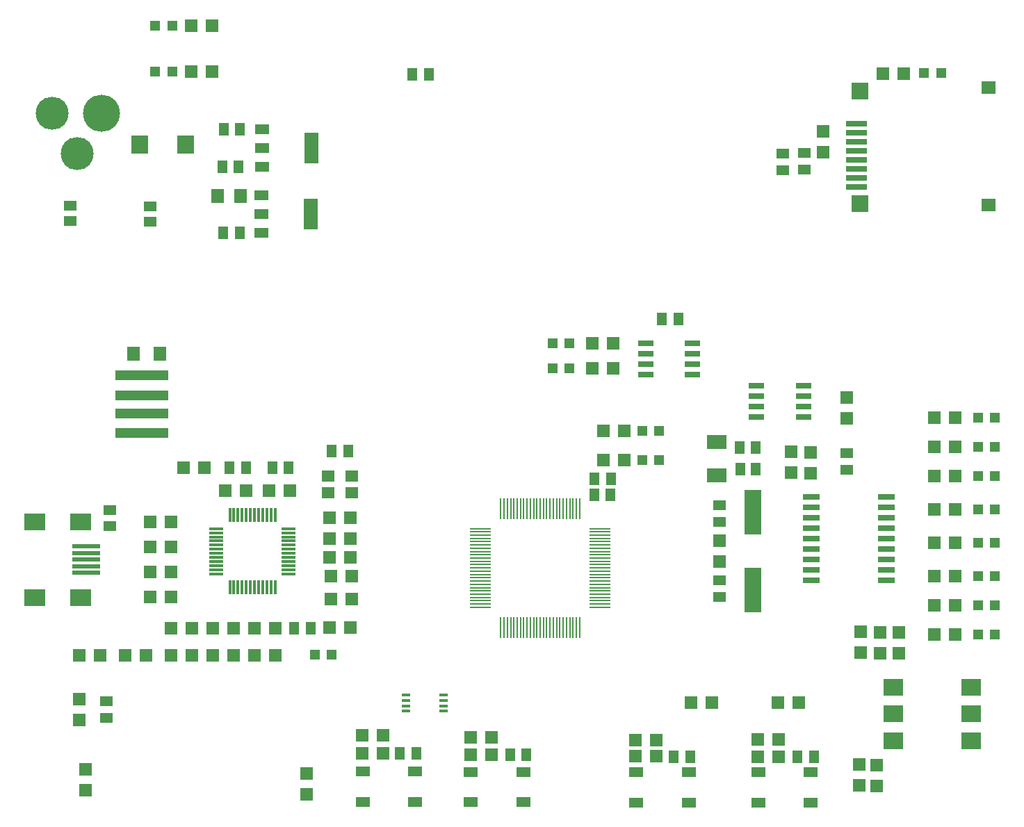
<source format=gtp>
G04 (created by PCBNEW (2013-07-07 BZR 4022)-stable) date 03/02/2018 19:35:14*
%MOIN*%
G04 Gerber Fmt 3.4, Leading zero omitted, Abs format*
%FSLAX34Y34*%
G01*
G70*
G90*
G04 APERTURE LIST*
%ADD10C,0.00590551*%
%ADD11R,0.0984252X0.027563*%
%ADD12R,0.0669X0.0591*%
%ADD13R,0.0787402X0.0787402*%
%ADD14R,0.0984252X0.00787402*%
%ADD15R,0.00787402X0.0984252*%
%ADD16R,0.059X0.063011*%
%ADD17R,0.0944882X0.0787402*%
%ADD18R,0.0472X0.0472*%
%ADD19O,0.177701X0.177701*%
%ADD20O,0.158098X0.158098*%
%ADD21R,0.137795X0.0197*%
%ADD22R,0.0984X0.0787*%
%ADD23R,0.0728346X0.0314961*%
%ADD24R,0.0787402X0.0275591*%
%ADD25R,0.063011X0.059*%
%ADD26R,0.0708661X0.011811*%
%ADD27R,0.011811X0.0708661*%
%ADD28R,0.0787402X0.0905512*%
%ADD29R,0.0787402X0.216535*%
%ADD30R,0.0629921X0.0551181*%
%ADD31R,0.063X0.071*%
%ADD32R,0.0512008X0.059*%
%ADD33R,0.059X0.0512008*%
%ADD34R,0.25595X0.047289*%
%ADD35R,0.0708691X0.0472471*%
%ADD36R,0.0402X0.0161*%
%ADD37R,0.059X0.0512*%
%ADD38R,0.0512X0.059*%
%ADD39R,0.0709X0.0512*%
%ADD40R,0.0709X0.1496*%
%ADD41R,0.0945X0.0709*%
G04 APERTURE END LIST*
G54D10*
G54D11*
X74960Y-25100D03*
X74960Y-25540D03*
X74960Y-25960D03*
X74960Y-26400D03*
X74960Y-26840D03*
X74960Y-27260D03*
X74960Y-27700D03*
X74960Y-28140D03*
G54D12*
X81300Y-23350D03*
G54D13*
X75120Y-28940D03*
G54D12*
X81300Y-29000D03*
G54D13*
X75140Y-23520D03*
G54D14*
X56945Y-44510D03*
X56945Y-44667D03*
X56945Y-44825D03*
X56945Y-44982D03*
X56945Y-45140D03*
X56945Y-45297D03*
X56945Y-45455D03*
X56945Y-45612D03*
X56945Y-45770D03*
X56945Y-45927D03*
X56945Y-46085D03*
X56945Y-46242D03*
X56945Y-46400D03*
X56945Y-46557D03*
X56945Y-46714D03*
X56945Y-46872D03*
X56945Y-47029D03*
X56945Y-47187D03*
X56945Y-47344D03*
X56945Y-47502D03*
X56945Y-47659D03*
X56945Y-47817D03*
X56945Y-47974D03*
X56945Y-48132D03*
X56945Y-48289D03*
G54D15*
X57910Y-49254D03*
X58067Y-49254D03*
X58225Y-49254D03*
X58382Y-49254D03*
X58540Y-49254D03*
X58697Y-49254D03*
X58855Y-49254D03*
X59012Y-49254D03*
X59170Y-49254D03*
X59327Y-49254D03*
X59485Y-49254D03*
X59642Y-49254D03*
X59800Y-49254D03*
X59957Y-49254D03*
X60114Y-49254D03*
X60272Y-49254D03*
X60429Y-49254D03*
X60587Y-49254D03*
X60744Y-49254D03*
X60902Y-49254D03*
X61059Y-49254D03*
X61217Y-49254D03*
X61374Y-49254D03*
X61532Y-49254D03*
X61689Y-49254D03*
G54D14*
X62654Y-48289D03*
X62654Y-48132D03*
X62654Y-47974D03*
X62654Y-47817D03*
X62654Y-47659D03*
X62654Y-47502D03*
X62654Y-47344D03*
X62654Y-47187D03*
X62654Y-47029D03*
X62654Y-46872D03*
X62654Y-46714D03*
X62654Y-46557D03*
X62654Y-46400D03*
X62654Y-46242D03*
X62654Y-46085D03*
X62654Y-45927D03*
X62654Y-45770D03*
X62654Y-45612D03*
X62654Y-45455D03*
X62654Y-45297D03*
X62654Y-45140D03*
X62654Y-44982D03*
X62654Y-44825D03*
X62654Y-44667D03*
X62654Y-44510D03*
G54D15*
X61689Y-43545D03*
X61532Y-43545D03*
X61374Y-43545D03*
X61217Y-43545D03*
X61059Y-43545D03*
X60902Y-43545D03*
X60744Y-43545D03*
X60587Y-43545D03*
X60429Y-43545D03*
X60272Y-43545D03*
X60114Y-43545D03*
X59957Y-43545D03*
X59800Y-43545D03*
X59642Y-43545D03*
X59485Y-43545D03*
X59327Y-43545D03*
X59170Y-43545D03*
X59012Y-43545D03*
X58855Y-43545D03*
X58697Y-43545D03*
X58540Y-43545D03*
X58382Y-43545D03*
X58225Y-43545D03*
X58067Y-43545D03*
X57910Y-43545D03*
G54D16*
X75921Y-56846D03*
X75921Y-55846D03*
G54D17*
X76729Y-52120D03*
X76729Y-53400D03*
X76729Y-54679D03*
X80470Y-54679D03*
X80470Y-53400D03*
X80470Y-52120D03*
G54D18*
X48987Y-50550D03*
X49813Y-50550D03*
X78190Y-22673D03*
X79016Y-22673D03*
X42164Y-22588D03*
X41338Y-22588D03*
X42164Y-20388D03*
X41338Y-20388D03*
G54D19*
X38749Y-24600D03*
G54D20*
X37587Y-26529D03*
X36387Y-24600D03*
G54D21*
X38030Y-45370D03*
X38030Y-45690D03*
X38030Y-46000D03*
X38030Y-46310D03*
X38030Y-46620D03*
G54D22*
X37780Y-44180D03*
X35560Y-44180D03*
X37780Y-47820D03*
X35560Y-47820D03*
G54D23*
X70179Y-37662D03*
X70179Y-38162D03*
X70179Y-38662D03*
X70179Y-39162D03*
X72424Y-39162D03*
X72424Y-38662D03*
X72424Y-38162D03*
X72424Y-37662D03*
X64855Y-35616D03*
X64855Y-36116D03*
X64855Y-36616D03*
X64855Y-37116D03*
X67100Y-37116D03*
X67100Y-36616D03*
X67100Y-36116D03*
X67100Y-35616D03*
G54D24*
X72788Y-43000D03*
X72788Y-43500D03*
X72788Y-44000D03*
X72788Y-44500D03*
X72788Y-45000D03*
X72788Y-45500D03*
X72788Y-46000D03*
X72788Y-46500D03*
X72788Y-47000D03*
X76411Y-47000D03*
X76411Y-46500D03*
X76411Y-46000D03*
X76411Y-45500D03*
X76411Y-45000D03*
X76411Y-44500D03*
X76411Y-44000D03*
X76411Y-43500D03*
X76411Y-43000D03*
G54D16*
X48600Y-56250D03*
X48600Y-57250D03*
G54D25*
X50700Y-44000D03*
X49700Y-44000D03*
X49700Y-45000D03*
X50700Y-45000D03*
X50700Y-45900D03*
X49700Y-45900D03*
X42100Y-44200D03*
X41100Y-44200D03*
X47800Y-42700D03*
X46800Y-42700D03*
X42100Y-45400D03*
X41100Y-45400D03*
X44100Y-50600D03*
X45100Y-50600D03*
X37700Y-50600D03*
X38700Y-50600D03*
X43100Y-50600D03*
X42100Y-50600D03*
X56459Y-55370D03*
X57459Y-55370D03*
G54D16*
X73360Y-26470D03*
X73360Y-25470D03*
X38000Y-57050D03*
X38000Y-56050D03*
X74500Y-38230D03*
X74500Y-39230D03*
G54D25*
X76241Y-22680D03*
X77241Y-22680D03*
X39900Y-50600D03*
X40900Y-50600D03*
X44700Y-42700D03*
X45700Y-42700D03*
X65381Y-54662D03*
X64381Y-54662D03*
X64372Y-55436D03*
X65372Y-55436D03*
X63300Y-36810D03*
X62300Y-36810D03*
X63300Y-35610D03*
X62300Y-35610D03*
X71228Y-54614D03*
X70228Y-54614D03*
X70228Y-55447D03*
X71228Y-55447D03*
X44051Y-20388D03*
X43051Y-20388D03*
X44051Y-22588D03*
X43051Y-22588D03*
X43700Y-41600D03*
X42700Y-41600D03*
X42100Y-46600D03*
X41100Y-46600D03*
X43100Y-49300D03*
X42100Y-49300D03*
X45100Y-49300D03*
X44100Y-49300D03*
X46100Y-49300D03*
X47100Y-49300D03*
X50750Y-47900D03*
X49750Y-47900D03*
X46100Y-50600D03*
X47100Y-50600D03*
X50750Y-46800D03*
X49750Y-46800D03*
X50700Y-49250D03*
X49700Y-49250D03*
X41100Y-47800D03*
X42100Y-47800D03*
G54D16*
X72780Y-40870D03*
X72780Y-41870D03*
G54D25*
X78700Y-43600D03*
X79700Y-43600D03*
X78700Y-45200D03*
X79700Y-45200D03*
X57459Y-54530D03*
X56459Y-54530D03*
X78700Y-46800D03*
X79700Y-46800D03*
X78700Y-42000D03*
X79700Y-42000D03*
X78700Y-48200D03*
X79700Y-48200D03*
X78700Y-40600D03*
X79700Y-40600D03*
X78700Y-49600D03*
X79700Y-49600D03*
X78700Y-39200D03*
X79700Y-39200D03*
G54D16*
X71840Y-40840D03*
X71840Y-41840D03*
X68400Y-45100D03*
X68400Y-46100D03*
G54D25*
X62819Y-39831D03*
X63819Y-39831D03*
X62819Y-41231D03*
X63819Y-41231D03*
X71201Y-52843D03*
X72201Y-52843D03*
X67045Y-52845D03*
X68045Y-52845D03*
X51258Y-55293D03*
X52258Y-55293D03*
X52255Y-54437D03*
X51255Y-54437D03*
G54D26*
X44267Y-44517D03*
X44267Y-44714D03*
X44267Y-44911D03*
X44267Y-45107D03*
X44267Y-45304D03*
X44267Y-45501D03*
X44267Y-45698D03*
X44267Y-45895D03*
X44267Y-46092D03*
X44267Y-46288D03*
X44267Y-46485D03*
X44267Y-46682D03*
G54D27*
X44917Y-47332D03*
X45114Y-47332D03*
X45311Y-47332D03*
X45507Y-47332D03*
X45704Y-47332D03*
X45901Y-47332D03*
X46098Y-47332D03*
X46295Y-47332D03*
X46492Y-47332D03*
X46688Y-47332D03*
X46885Y-47332D03*
X47082Y-47332D03*
G54D26*
X47732Y-46682D03*
X47732Y-46485D03*
X47732Y-46288D03*
X47732Y-46092D03*
X47732Y-45895D03*
X47732Y-45698D03*
X47732Y-45501D03*
X47732Y-45304D03*
X47732Y-45107D03*
X47732Y-44911D03*
X47732Y-44714D03*
X47732Y-44517D03*
G54D27*
X47082Y-43867D03*
X46885Y-43867D03*
X46688Y-43867D03*
X46492Y-43867D03*
X46295Y-43867D03*
X46098Y-43867D03*
X45901Y-43867D03*
X45704Y-43867D03*
X45507Y-43867D03*
X45311Y-43867D03*
X45114Y-43867D03*
X44917Y-43867D03*
G54D18*
X64682Y-41235D03*
X65508Y-41235D03*
X61213Y-36810D03*
X60387Y-36810D03*
X61213Y-35610D03*
X60387Y-35610D03*
X64682Y-39835D03*
X65508Y-39835D03*
X80787Y-43600D03*
X81613Y-43600D03*
X80787Y-45200D03*
X81613Y-45200D03*
X80787Y-49600D03*
X81613Y-49600D03*
X80787Y-42000D03*
X81613Y-42000D03*
X80787Y-46800D03*
X81613Y-46800D03*
X80787Y-40600D03*
X81613Y-40600D03*
X80787Y-39200D03*
X81613Y-39200D03*
X80787Y-48200D03*
X81613Y-48200D03*
G54D28*
X40590Y-26092D03*
X42790Y-26092D03*
G54D29*
X70000Y-47470D03*
X70000Y-43729D03*
G54D30*
X50770Y-42803D03*
X49629Y-42803D03*
X50770Y-41996D03*
X49629Y-41996D03*
G54D31*
X40305Y-36120D03*
X41564Y-36120D03*
G54D32*
X48795Y-49300D03*
X48004Y-49300D03*
X53070Y-55300D03*
X53861Y-55300D03*
X66213Y-55449D03*
X67004Y-55449D03*
X58355Y-55363D03*
X59146Y-55363D03*
G54D33*
X39160Y-44405D03*
X39160Y-43614D03*
X68400Y-44195D03*
X68400Y-43404D03*
X68400Y-47004D03*
X68400Y-47795D03*
G54D32*
X72124Y-55454D03*
X72915Y-55454D03*
X45398Y-30331D03*
X44607Y-30331D03*
X63185Y-42133D03*
X62394Y-42133D03*
X63175Y-42885D03*
X62384Y-42885D03*
G54D33*
X72470Y-26504D03*
X72470Y-27295D03*
G54D32*
X45695Y-41600D03*
X44904Y-41600D03*
X46954Y-41600D03*
X47745Y-41600D03*
X50595Y-40800D03*
X49804Y-40800D03*
G54D33*
X39000Y-52804D03*
X39000Y-53595D03*
G54D32*
X65648Y-34474D03*
X66439Y-34474D03*
G54D33*
X71430Y-26524D03*
X71430Y-27315D03*
G54D32*
X54470Y-22710D03*
X53679Y-22710D03*
G54D33*
X74505Y-40899D03*
X74505Y-41690D03*
G54D34*
X40682Y-37172D03*
X40682Y-38116D03*
X40682Y-38983D03*
X40682Y-39928D03*
G54D35*
X51290Y-56172D03*
X53809Y-57628D03*
X51290Y-57628D03*
X53809Y-56172D03*
X56470Y-56182D03*
X58989Y-57638D03*
X56470Y-57638D03*
X58989Y-56182D03*
X64400Y-56189D03*
X66919Y-57645D03*
X64400Y-57645D03*
X66919Y-56189D03*
X70252Y-56189D03*
X72771Y-57645D03*
X70252Y-57645D03*
X72771Y-56189D03*
G54D16*
X76095Y-49490D03*
X76095Y-50490D03*
X77000Y-49490D03*
X77000Y-50490D03*
X75180Y-49475D03*
X75180Y-50475D03*
X37690Y-53680D03*
X37690Y-52680D03*
X75090Y-56840D03*
X75090Y-55840D03*
G54D36*
X53364Y-52506D03*
X53364Y-52762D03*
X53364Y-53018D03*
X53364Y-53274D03*
X55176Y-53274D03*
X55176Y-53018D03*
X55176Y-52762D03*
X55176Y-52506D03*
G54D37*
X37260Y-29025D03*
X37260Y-29775D03*
X41090Y-29805D03*
X41090Y-29055D03*
G54D38*
X69380Y-40621D03*
X70130Y-40621D03*
X69395Y-41670D03*
X70145Y-41670D03*
G54D39*
X46454Y-25344D03*
X46454Y-26250D03*
X46454Y-27156D03*
G54D40*
X48816Y-26250D03*
G54D39*
X46444Y-28524D03*
X46444Y-29430D03*
X46444Y-30336D03*
G54D40*
X48806Y-29430D03*
G54D31*
X45445Y-28560D03*
X44345Y-28560D03*
G54D38*
X45395Y-25370D03*
X44645Y-25370D03*
X45330Y-27165D03*
X44580Y-27165D03*
G54D41*
X68265Y-40353D03*
X68265Y-41967D03*
M02*

</source>
